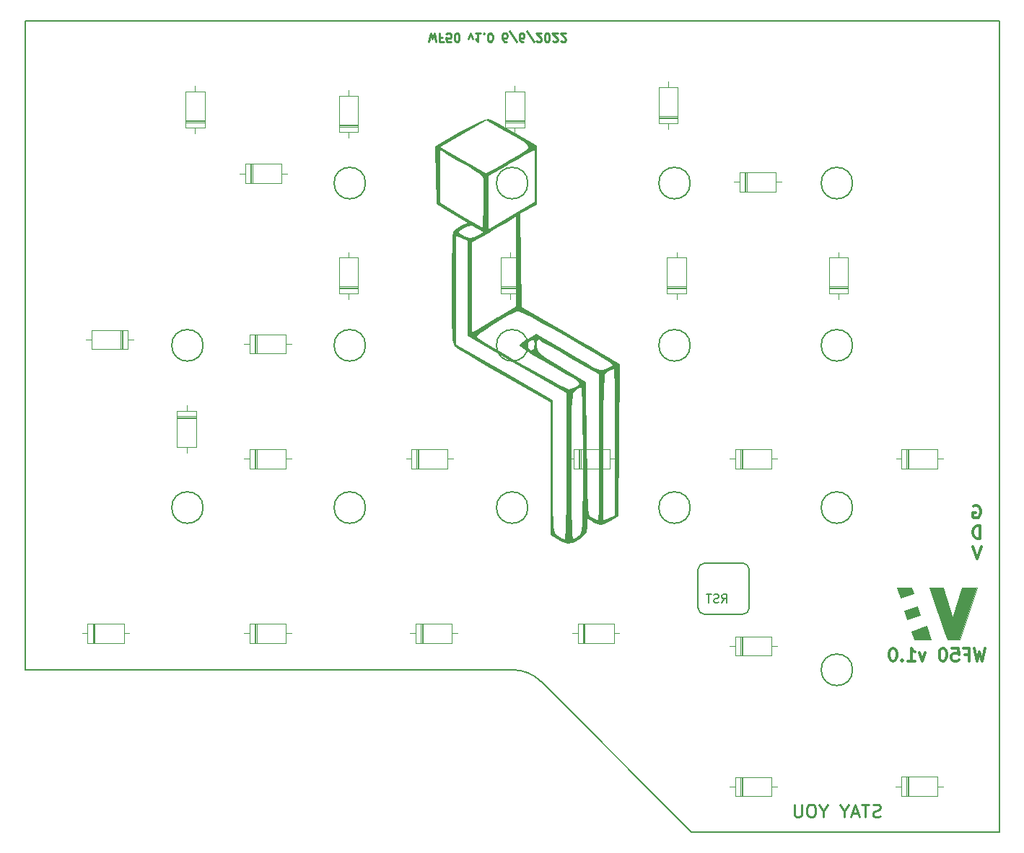
<source format=gbo>
G04 #@! TF.GenerationSoftware,KiCad,Pcbnew,(6.0.0)*
G04 #@! TF.CreationDate,2022-06-08T22:37:20+08:00*
G04 #@! TF.ProjectId,wf50_pcb,77663530-5f70-4636-922e-6b696361645f,rev?*
G04 #@! TF.SameCoordinates,Original*
G04 #@! TF.FileFunction,Legend,Bot*
G04 #@! TF.FilePolarity,Positive*
%FSLAX46Y46*%
G04 Gerber Fmt 4.6, Leading zero omitted, Abs format (unit mm)*
G04 Created by KiCad (PCBNEW (6.0.0)) date 2022-06-08 22:37:20*
%MOMM*%
%LPD*%
G01*
G04 APERTURE LIST*
%ADD10C,0.150000*%
%ADD11C,0.026458*%
G04 #@! TA.AperFunction,Profile*
%ADD12C,0.150000*%
G04 #@! TD*
%ADD13C,0.300000*%
%ADD14C,0.250000*%
%ADD15C,0.120000*%
G04 APERTURE END LIST*
D10*
X98760000Y-98250000D02*
X103260000Y-98250000D01*
X98010000Y-93000000D02*
X98010000Y-97500000D01*
X98010000Y-97500000D02*
G75*
G03*
X98760000Y-98250000I750000J0D01*
G01*
X98760000Y-92250000D02*
G75*
G03*
X98010000Y-93000000I0J-750000D01*
G01*
D11*
X124801574Y-99649601D02*
X124810384Y-99646875D01*
X124810384Y-99646875D02*
X125364765Y-101249668D01*
X125364765Y-101249668D02*
X123947234Y-101249668D01*
X123947234Y-101249668D02*
X123362981Y-101249668D01*
X123362981Y-101249668D02*
X123031855Y-100252163D01*
X123031855Y-100252163D02*
X124798160Y-99641452D01*
X124798160Y-99641452D02*
X124801574Y-99649601D01*
X124801574Y-99649601D02*
X124801574Y-99649601D01*
G36*
X124801574Y-99649601D02*
G01*
X124810384Y-99646875D01*
X125364765Y-101249668D01*
X123362981Y-101249668D01*
X123031855Y-100252163D01*
X124798160Y-99641452D01*
X124801574Y-99649601D01*
G37*
X124801574Y-99649601D02*
X124810384Y-99646875D01*
X125364765Y-101249668D01*
X123362981Y-101249668D01*
X123031855Y-100252163D01*
X124798160Y-99641452D01*
X124801574Y-99649601D01*
D10*
X103260000Y-92250000D02*
X98760000Y-92250000D01*
D11*
X123061700Y-95164252D02*
X123272070Y-95820429D01*
X123272070Y-95820429D02*
X121737805Y-96351072D01*
X121737805Y-96351072D02*
X121332040Y-95164252D01*
X121332040Y-95164252D02*
X123061700Y-95164252D01*
X123061700Y-95164252D02*
X123061700Y-95164252D01*
G36*
X123272070Y-95820429D02*
G01*
X121737805Y-96351072D01*
X121332040Y-95164252D01*
X123061700Y-95164252D01*
X123272070Y-95820429D01*
G37*
X123272070Y-95820429D02*
X121737805Y-96351072D01*
X121332040Y-95164252D01*
X123061700Y-95164252D01*
X123272070Y-95820429D01*
D10*
X104010000Y-97500000D02*
X104010000Y-93000000D01*
D11*
X125636890Y-95164252D02*
X126728693Y-95164252D01*
X126728693Y-95164252D02*
X127890399Y-98667705D01*
X127890399Y-98667705D02*
X128958482Y-95164252D01*
X128958482Y-95164252D02*
X130722763Y-95164252D01*
X130722763Y-95164252D02*
X128691126Y-101249668D01*
X128691126Y-101249668D02*
X127236269Y-101249668D01*
X127236269Y-101249668D02*
X126932263Y-100373633D01*
X126932263Y-100373633D02*
X125130662Y-95164252D01*
X125130662Y-95164252D02*
X125636890Y-95164252D01*
X125636890Y-95164252D02*
X125636890Y-95164252D01*
G36*
X127890399Y-98667705D02*
G01*
X128958482Y-95164252D01*
X130722763Y-95164252D01*
X128691126Y-101249668D01*
X127236269Y-101249668D01*
X126932263Y-100373633D01*
X125130662Y-95164252D01*
X126728693Y-95164252D01*
X127890399Y-98667705D01*
G37*
X127890399Y-98667705D02*
X128958482Y-95164252D01*
X130722763Y-95164252D01*
X128691126Y-101249668D01*
X127236269Y-101249668D01*
X126932263Y-100373633D01*
X125130662Y-95164252D01*
X126728693Y-95164252D01*
X127890399Y-98667705D01*
X124033408Y-98349465D02*
X122569073Y-98856354D01*
X122569073Y-98856354D02*
X122226385Y-97824928D01*
X122226385Y-97824928D02*
X123719930Y-97308533D01*
X123719930Y-97308533D02*
X124033408Y-98349465D01*
X124033408Y-98349465D02*
X124033408Y-98349465D01*
G36*
X124033408Y-98349465D02*
G01*
X122569073Y-98856354D01*
X122226385Y-97824928D01*
X123719930Y-97308533D01*
X124033408Y-98349465D01*
G37*
X124033408Y-98349465D02*
X122569073Y-98856354D01*
X122226385Y-97824928D01*
X123719930Y-97308533D01*
X124033408Y-98349465D01*
D10*
X103260000Y-98250000D02*
G75*
G03*
X104010000Y-97500000I0J750000D01*
G01*
X104010000Y-93000000D02*
G75*
G03*
X103260000Y-92250000I-750000J0D01*
G01*
D12*
X58995300Y-66674850D02*
G75*
G03*
X58995300Y-66674850I-1850000J0D01*
G01*
X19045885Y-28575000D02*
X133345800Y-28575000D01*
X133345800Y-123824330D02*
X97253375Y-123824330D01*
X97253375Y-123824330D02*
X79575605Y-106146559D01*
X76262750Y-104774330D02*
X19045885Y-104774330D01*
X116145300Y-47624850D02*
G75*
G03*
X116145300Y-47624850I-1850000J0D01*
G01*
X39945300Y-66674850D02*
G75*
G03*
X39945300Y-66674850I-1850000J0D01*
G01*
X19045885Y-104774330D02*
X19045885Y-28575000D01*
X97095300Y-66674850D02*
G75*
G03*
X97095300Y-66674850I-1850000J0D01*
G01*
X79575605Y-106146559D02*
G75*
G03*
X76262750Y-104774330I-3312857J-3312861D01*
G01*
X58995300Y-47624850D02*
G75*
G03*
X58995300Y-47624850I-1850000J0D01*
G01*
X58995300Y-85724850D02*
G75*
G03*
X58995300Y-85724850I-1850000J0D01*
G01*
X116145300Y-85724850D02*
G75*
G03*
X116145300Y-85724850I-1850000J0D01*
G01*
X39945300Y-85724850D02*
G75*
G03*
X39945300Y-85724850I-1850000J0D01*
G01*
X97095300Y-85724850D02*
G75*
G03*
X97095300Y-85724850I-1850000J0D01*
G01*
X78045300Y-47624850D02*
G75*
G03*
X78045300Y-47624850I-1850000J0D01*
G01*
X97095300Y-47624850D02*
G75*
G03*
X97095300Y-47624850I-1850000J0D01*
G01*
X116145300Y-104774850D02*
G75*
G03*
X116145300Y-104774850I-1850000J0D01*
G01*
X133345800Y-28575000D02*
X133345800Y-123824330D01*
X78045300Y-85724850D02*
G75*
G03*
X78045300Y-85724850I-1850000J0D01*
G01*
X78045300Y-66674850D02*
G75*
G03*
X78045300Y-66674850I-1850000J0D01*
G01*
X116145300Y-66674850D02*
G75*
G03*
X116145300Y-66674850I-1850000J0D01*
G01*
D13*
X131670259Y-102246276D02*
X131313116Y-103746276D01*
X131027402Y-102674847D01*
X130741687Y-103746276D01*
X130384544Y-102246276D01*
X129313116Y-102960562D02*
X129813116Y-102960562D01*
X129813116Y-103746276D02*
X129813116Y-102246276D01*
X129098830Y-102246276D01*
X127813116Y-102246276D02*
X128527402Y-102246276D01*
X128598830Y-102960562D01*
X128527402Y-102889133D01*
X128384544Y-102817705D01*
X128027402Y-102817705D01*
X127884544Y-102889133D01*
X127813116Y-102960562D01*
X127741687Y-103103419D01*
X127741687Y-103460562D01*
X127813116Y-103603419D01*
X127884544Y-103674847D01*
X128027402Y-103746276D01*
X128384544Y-103746276D01*
X128527402Y-103674847D01*
X128598830Y-103603419D01*
X126813116Y-102246276D02*
X126670259Y-102246276D01*
X126527402Y-102317705D01*
X126455973Y-102389133D01*
X126384544Y-102531990D01*
X126313116Y-102817705D01*
X126313116Y-103174847D01*
X126384544Y-103460562D01*
X126455973Y-103603419D01*
X126527402Y-103674847D01*
X126670259Y-103746276D01*
X126813116Y-103746276D01*
X126955973Y-103674847D01*
X127027402Y-103603419D01*
X127098830Y-103460562D01*
X127170259Y-103174847D01*
X127170259Y-102817705D01*
X127098830Y-102531990D01*
X127027402Y-102389133D01*
X126955973Y-102317705D01*
X126813116Y-102246276D01*
X124670259Y-102746276D02*
X124313116Y-103746276D01*
X123955973Y-102746276D01*
X122598830Y-103746276D02*
X123455973Y-103746276D01*
X123027402Y-103746276D02*
X123027402Y-102246276D01*
X123170259Y-102460562D01*
X123313116Y-102603419D01*
X123455973Y-102674847D01*
X121955973Y-103603419D02*
X121884544Y-103674847D01*
X121955973Y-103746276D01*
X122027402Y-103674847D01*
X121955973Y-103603419D01*
X121955973Y-103746276D01*
X120955973Y-102246276D02*
X120813116Y-102246276D01*
X120670259Y-102317705D01*
X120598830Y-102389133D01*
X120527402Y-102531990D01*
X120455973Y-102817705D01*
X120455973Y-103174847D01*
X120527402Y-103460562D01*
X120598830Y-103603419D01*
X120670259Y-103674847D01*
X120813116Y-103746276D01*
X120955973Y-103746276D01*
X121098830Y-103674847D01*
X121170259Y-103603419D01*
X121241687Y-103460562D01*
X121313116Y-103174847D01*
X121313116Y-102817705D01*
X121241687Y-102531990D01*
X121170259Y-102389133D01*
X121098830Y-102317705D01*
X120955973Y-102246276D01*
D14*
X119371428Y-122007142D02*
X119157142Y-122078571D01*
X118800000Y-122078571D01*
X118657142Y-122007142D01*
X118585714Y-121935714D01*
X118514285Y-121792857D01*
X118514285Y-121650000D01*
X118585714Y-121507142D01*
X118657142Y-121435714D01*
X118800000Y-121364285D01*
X119085714Y-121292857D01*
X119228571Y-121221428D01*
X119300000Y-121150000D01*
X119371428Y-121007142D01*
X119371428Y-120864285D01*
X119300000Y-120721428D01*
X119228571Y-120650000D01*
X119085714Y-120578571D01*
X118728571Y-120578571D01*
X118514285Y-120650000D01*
X118085714Y-120578571D02*
X117228571Y-120578571D01*
X117657142Y-122078571D02*
X117657142Y-120578571D01*
X116800000Y-121650000D02*
X116085714Y-121650000D01*
X116942857Y-122078571D02*
X116442857Y-120578571D01*
X115942857Y-122078571D01*
X115157142Y-121364285D02*
X115157142Y-122078571D01*
X115657142Y-120578571D02*
X115157142Y-121364285D01*
X114657142Y-120578571D01*
X112728571Y-121364285D02*
X112728571Y-122078571D01*
X113228571Y-120578571D02*
X112728571Y-121364285D01*
X112228571Y-120578571D01*
X111442857Y-120578571D02*
X111157142Y-120578571D01*
X111014285Y-120650000D01*
X110871428Y-120792857D01*
X110800000Y-121078571D01*
X110800000Y-121578571D01*
X110871428Y-121864285D01*
X111014285Y-122007142D01*
X111157142Y-122078571D01*
X111442857Y-122078571D01*
X111585714Y-122007142D01*
X111728571Y-121864285D01*
X111800000Y-121578571D01*
X111800000Y-121078571D01*
X111728571Y-120792857D01*
X111585714Y-120650000D01*
X111442857Y-120578571D01*
X110157142Y-120578571D02*
X110157142Y-121792857D01*
X110085714Y-121935714D01*
X110014285Y-122007142D01*
X109871428Y-122078571D01*
X109585714Y-122078571D01*
X109442857Y-122007142D01*
X109371428Y-121935714D01*
X109300000Y-121792857D01*
X109300000Y-120578571D01*
D13*
X130327142Y-85520000D02*
X130470000Y-85448571D01*
X130684285Y-85448571D01*
X130898571Y-85520000D01*
X131041428Y-85662857D01*
X131112857Y-85805714D01*
X131184285Y-86091428D01*
X131184285Y-86305714D01*
X131112857Y-86591428D01*
X131041428Y-86734285D01*
X130898571Y-86877142D01*
X130684285Y-86948571D01*
X130541428Y-86948571D01*
X130327142Y-86877142D01*
X130255714Y-86805714D01*
X130255714Y-86305714D01*
X130541428Y-86305714D01*
X131112857Y-89363571D02*
X131112857Y-87863571D01*
X130755714Y-87863571D01*
X130541428Y-87935000D01*
X130398571Y-88077857D01*
X130327142Y-88220714D01*
X130255714Y-88506428D01*
X130255714Y-88720714D01*
X130327142Y-89006428D01*
X130398571Y-89149285D01*
X130541428Y-89292142D01*
X130755714Y-89363571D01*
X131112857Y-89363571D01*
X131220000Y-90278571D02*
X130720000Y-91778571D01*
X130220000Y-90278571D01*
D14*
X66425919Y-31016608D02*
X66664015Y-30016608D01*
X66854491Y-30730893D01*
X67044967Y-30016608D01*
X67283062Y-31016608D01*
X67997348Y-30540417D02*
X67664015Y-30540417D01*
X67664015Y-30016608D02*
X67664015Y-31016608D01*
X68140205Y-31016608D01*
X68997348Y-31016608D02*
X68521158Y-31016608D01*
X68473539Y-30540417D01*
X68521158Y-30588036D01*
X68616396Y-30635655D01*
X68854491Y-30635655D01*
X68949729Y-30588036D01*
X68997348Y-30540417D01*
X69044967Y-30445179D01*
X69044967Y-30207084D01*
X68997348Y-30111846D01*
X68949729Y-30064227D01*
X68854491Y-30016608D01*
X68616396Y-30016608D01*
X68521158Y-30064227D01*
X68473539Y-30111846D01*
X69664015Y-31016608D02*
X69759253Y-31016608D01*
X69854491Y-30968989D01*
X69902110Y-30921369D01*
X69949729Y-30826131D01*
X69997348Y-30635655D01*
X69997348Y-30397560D01*
X69949729Y-30207084D01*
X69902110Y-30111846D01*
X69854491Y-30064227D01*
X69759253Y-30016608D01*
X69664015Y-30016608D01*
X69568777Y-30064227D01*
X69521158Y-30111846D01*
X69473539Y-30207084D01*
X69425919Y-30397560D01*
X69425919Y-30635655D01*
X69473539Y-30826131D01*
X69521158Y-30921369D01*
X69568777Y-30968989D01*
X69664015Y-31016608D01*
X71092586Y-30683274D02*
X71330681Y-30016608D01*
X71568777Y-30683274D01*
X72473539Y-30016608D02*
X71902110Y-30016608D01*
X72187824Y-30016608D02*
X72187824Y-31016608D01*
X72092586Y-30873750D01*
X71997348Y-30778512D01*
X71902110Y-30730893D01*
X72902110Y-30111846D02*
X72949729Y-30064227D01*
X72902110Y-30016608D01*
X72854491Y-30064227D01*
X72902110Y-30111846D01*
X72902110Y-30016608D01*
X73568777Y-31016608D02*
X73664015Y-31016608D01*
X73759253Y-30968989D01*
X73806872Y-30921369D01*
X73854491Y-30826131D01*
X73902110Y-30635655D01*
X73902110Y-30397560D01*
X73854491Y-30207084D01*
X73806872Y-30111846D01*
X73759253Y-30064227D01*
X73664015Y-30016608D01*
X73568777Y-30016608D01*
X73473539Y-30064227D01*
X73425919Y-30111846D01*
X73378300Y-30207084D01*
X73330681Y-30397560D01*
X73330681Y-30635655D01*
X73378300Y-30826131D01*
X73425919Y-30921369D01*
X73473539Y-30968989D01*
X73568777Y-31016608D01*
X75521158Y-31016608D02*
X75330681Y-31016608D01*
X75235443Y-30968989D01*
X75187824Y-30921369D01*
X75092586Y-30778512D01*
X75044967Y-30588036D01*
X75044967Y-30207084D01*
X75092586Y-30111846D01*
X75140205Y-30064227D01*
X75235443Y-30016608D01*
X75425919Y-30016608D01*
X75521158Y-30064227D01*
X75568777Y-30111846D01*
X75616396Y-30207084D01*
X75616396Y-30445179D01*
X75568777Y-30540417D01*
X75521158Y-30588036D01*
X75425919Y-30635655D01*
X75235443Y-30635655D01*
X75140205Y-30588036D01*
X75092586Y-30540417D01*
X75044967Y-30445179D01*
X76759253Y-31064227D02*
X75902110Y-29778512D01*
X77521158Y-31016608D02*
X77330681Y-31016608D01*
X77235443Y-30968989D01*
X77187824Y-30921369D01*
X77092586Y-30778512D01*
X77044967Y-30588036D01*
X77044967Y-30207084D01*
X77092586Y-30111846D01*
X77140205Y-30064227D01*
X77235443Y-30016608D01*
X77425919Y-30016608D01*
X77521158Y-30064227D01*
X77568777Y-30111846D01*
X77616396Y-30207084D01*
X77616396Y-30445179D01*
X77568777Y-30540417D01*
X77521158Y-30588036D01*
X77425919Y-30635655D01*
X77235443Y-30635655D01*
X77140205Y-30588036D01*
X77092586Y-30540417D01*
X77044967Y-30445179D01*
X78759253Y-31064227D02*
X77902110Y-29778512D01*
X79044967Y-30921369D02*
X79092586Y-30968989D01*
X79187824Y-31016608D01*
X79425919Y-31016608D01*
X79521158Y-30968989D01*
X79568777Y-30921369D01*
X79616396Y-30826131D01*
X79616396Y-30730893D01*
X79568777Y-30588036D01*
X78997348Y-30016608D01*
X79616396Y-30016608D01*
X80235443Y-31016608D02*
X80330681Y-31016608D01*
X80425919Y-30968989D01*
X80473539Y-30921369D01*
X80521158Y-30826131D01*
X80568777Y-30635655D01*
X80568777Y-30397560D01*
X80521158Y-30207084D01*
X80473539Y-30111846D01*
X80425919Y-30064227D01*
X80330681Y-30016608D01*
X80235443Y-30016608D01*
X80140205Y-30064227D01*
X80092586Y-30111846D01*
X80044967Y-30207084D01*
X79997348Y-30397560D01*
X79997348Y-30635655D01*
X80044967Y-30826131D01*
X80092586Y-30921369D01*
X80140205Y-30968989D01*
X80235443Y-31016608D01*
X80949729Y-30921369D02*
X80997348Y-30968989D01*
X81092586Y-31016608D01*
X81330681Y-31016608D01*
X81425919Y-30968989D01*
X81473539Y-30921369D01*
X81521158Y-30826131D01*
X81521158Y-30730893D01*
X81473539Y-30588036D01*
X80902110Y-30016608D01*
X81521158Y-30016608D01*
X81902110Y-30921369D02*
X81949729Y-30968989D01*
X82044967Y-31016608D01*
X82283062Y-31016608D01*
X82378300Y-30968989D01*
X82425919Y-30921369D01*
X82473539Y-30826131D01*
X82473539Y-30730893D01*
X82425919Y-30588036D01*
X81854491Y-30016608D01*
X82473539Y-30016608D01*
D10*
X100797619Y-96902380D02*
X101130952Y-96426190D01*
X101369047Y-96902380D02*
X101369047Y-95902380D01*
X100988095Y-95902380D01*
X100892857Y-95950000D01*
X100845238Y-95997619D01*
X100797619Y-96092857D01*
X100797619Y-96235714D01*
X100845238Y-96330952D01*
X100892857Y-96378571D01*
X100988095Y-96426190D01*
X101369047Y-96426190D01*
X100416666Y-96854761D02*
X100273809Y-96902380D01*
X100035714Y-96902380D01*
X99940476Y-96854761D01*
X99892857Y-96807142D01*
X99845238Y-96711904D01*
X99845238Y-96616666D01*
X99892857Y-96521428D01*
X99940476Y-96473809D01*
X100035714Y-96426190D01*
X100226190Y-96378571D01*
X100321428Y-96330952D01*
X100369047Y-96283333D01*
X100416666Y-96188095D01*
X100416666Y-96092857D01*
X100369047Y-95997619D01*
X100321428Y-95950000D01*
X100226190Y-95902380D01*
X99988095Y-95902380D01*
X99845238Y-95950000D01*
X99559523Y-95902380D02*
X98988095Y-95902380D01*
X99273809Y-96902380D02*
X99273809Y-95902380D01*
G36*
X85029675Y-87943573D02*
G01*
X84931129Y-88631544D01*
X84541863Y-89125280D01*
X84119589Y-89417176D01*
X83309022Y-89847669D01*
X82675401Y-89932107D01*
X81982528Y-89672819D01*
X81584462Y-89442176D01*
X80706271Y-88906732D01*
X80683507Y-73361554D01*
X75246187Y-70254108D01*
X73677273Y-69351155D01*
X72254208Y-68520167D01*
X71048419Y-67803824D01*
X70131333Y-67244804D01*
X69574378Y-66885786D01*
X69447994Y-66789594D01*
X69327692Y-66551982D01*
X69235709Y-66069506D01*
X69169057Y-65285623D01*
X69124752Y-64143791D01*
X69099807Y-62587467D01*
X69091237Y-60560107D01*
X69091259Y-60034275D01*
X69100507Y-58218407D01*
X69124228Y-56577449D01*
X69160030Y-55190439D01*
X69205521Y-54136411D01*
X69234604Y-53782715D01*
X69627547Y-53782715D01*
X69632465Y-66606235D01*
X75299783Y-69848788D01*
X80967102Y-73091342D01*
X80971793Y-80844636D01*
X80974041Y-83092175D01*
X80980786Y-84860726D01*
X80996577Y-86211727D01*
X81025962Y-87206614D01*
X81073490Y-87906826D01*
X81143711Y-88373800D01*
X81241175Y-88668973D01*
X81370429Y-88853783D01*
X81536024Y-88989668D01*
X81577033Y-89018573D01*
X82094589Y-89331863D01*
X82387671Y-89439214D01*
X82438752Y-89179706D01*
X82485073Y-88443983D01*
X82525095Y-87296246D01*
X82557280Y-85800696D01*
X82580089Y-84021533D01*
X82591983Y-82022959D01*
X82593283Y-80889748D01*
X83138186Y-80889748D01*
X83144335Y-82976920D01*
X83161768Y-84879257D01*
X83188961Y-86532530D01*
X83224389Y-87872514D01*
X83266528Y-88834982D01*
X83313855Y-89355705D01*
X83340845Y-89430620D01*
X83697813Y-89276680D01*
X84016377Y-89063065D01*
X84148424Y-88925993D01*
X84253494Y-88699055D01*
X84334630Y-88324934D01*
X84394875Y-87746309D01*
X84437271Y-86905861D01*
X84464861Y-85746272D01*
X84480688Y-84210222D01*
X84487794Y-82240392D01*
X84489249Y-80154638D01*
X84483100Y-78067465D01*
X84465667Y-76165129D01*
X84438474Y-74511855D01*
X84403046Y-73171871D01*
X84360907Y-72209404D01*
X84313580Y-71688680D01*
X84286590Y-71613765D01*
X83929622Y-71767705D01*
X83611058Y-71981320D01*
X83479011Y-72118393D01*
X83373941Y-72345330D01*
X83292805Y-72719452D01*
X83232560Y-73298076D01*
X83190164Y-74138524D01*
X83162574Y-75298113D01*
X83146747Y-76834163D01*
X83139641Y-78803994D01*
X83138186Y-80889748D01*
X82593283Y-80889748D01*
X82593317Y-80859959D01*
X82588875Y-72280703D01*
X76783743Y-68946581D01*
X71119815Y-65693557D01*
X71993043Y-65693557D01*
X72346120Y-65942523D01*
X73074877Y-66394668D01*
X74096343Y-67002988D01*
X75327548Y-67720479D01*
X76685523Y-68500138D01*
X78087296Y-69294960D01*
X79449898Y-70057941D01*
X80690359Y-70742079D01*
X81725707Y-71300369D01*
X82472974Y-71685807D01*
X82849189Y-71851390D01*
X82867973Y-71854358D01*
X83397584Y-71702715D01*
X83777325Y-71476450D01*
X83970897Y-71331652D01*
X84075630Y-71203143D01*
X84037190Y-71050145D01*
X83801243Y-70831883D01*
X83313454Y-70507581D01*
X82519490Y-70036462D01*
X81365016Y-69377751D01*
X79808171Y-68497725D01*
X78712463Y-67858389D01*
X77820924Y-67300295D01*
X77222163Y-66881671D01*
X77004789Y-66660747D01*
X77005517Y-66655949D01*
X77151976Y-66506689D01*
X77882773Y-66506689D01*
X77974109Y-66837748D01*
X78019782Y-66895292D01*
X78462020Y-67253422D01*
X78738124Y-67100647D01*
X78804195Y-66666319D01*
X79124265Y-66666319D01*
X79133353Y-66777964D01*
X79203688Y-67179657D01*
X79381347Y-67524460D01*
X79747041Y-67882617D01*
X80381484Y-68324370D01*
X81365385Y-68919963D01*
X82057334Y-69322712D01*
X84894568Y-70964581D01*
X84966140Y-78811335D01*
X84987578Y-81073333D01*
X85009204Y-82854984D01*
X85036004Y-84216345D01*
X85072962Y-85217474D01*
X85125064Y-85918428D01*
X85197295Y-86379263D01*
X85294641Y-86660037D01*
X85422086Y-86820808D01*
X85584616Y-86921633D01*
X85641672Y-86949512D01*
X86125260Y-87177799D01*
X86313186Y-87259224D01*
X86329618Y-87004259D01*
X86344607Y-86272762D01*
X86357651Y-85128625D01*
X86368246Y-83635740D01*
X86375892Y-81858001D01*
X86380085Y-79859299D01*
X86380739Y-78663741D01*
X86380739Y-70049969D01*
X82935526Y-68081553D01*
X81702094Y-67377336D01*
X80632905Y-66767839D01*
X79817085Y-66303796D01*
X79343760Y-66035942D01*
X79268459Y-65994110D01*
X79143266Y-66143821D01*
X79124265Y-66666319D01*
X78804195Y-66666319D01*
X78814781Y-66596728D01*
X78761773Y-66122668D01*
X78509264Y-66088630D01*
X78256909Y-66210253D01*
X77882773Y-66506689D01*
X77151976Y-66506689D01*
X77261432Y-66395140D01*
X77822764Y-66010299D01*
X78048456Y-65876432D01*
X79026621Y-65317414D01*
X82230807Y-67206417D01*
X83743310Y-68098100D01*
X84861415Y-68749624D01*
X85657935Y-69192446D01*
X86205679Y-69458024D01*
X86577458Y-69577818D01*
X86846085Y-69583284D01*
X87084369Y-69505880D01*
X87311041Y-69401339D01*
X87811966Y-69122910D01*
X88000450Y-68927224D01*
X87775371Y-68736762D01*
X87154990Y-68334861D01*
X86219541Y-67766844D01*
X85049257Y-67078032D01*
X83724372Y-66313747D01*
X82325119Y-65519312D01*
X80931731Y-64740049D01*
X79624442Y-64021280D01*
X78483486Y-63408328D01*
X77589095Y-62946513D01*
X77021503Y-62681159D01*
X76863225Y-62636042D01*
X76381539Y-62841400D01*
X75643759Y-63237322D01*
X74761406Y-63753791D01*
X73846006Y-64320794D01*
X73009079Y-64868316D01*
X72362150Y-65326343D01*
X72016742Y-65624861D01*
X71993043Y-65693557D01*
X71119815Y-65693557D01*
X70978611Y-65612458D01*
X70978611Y-65182219D01*
X71519037Y-65182219D01*
X72127015Y-64790738D01*
X72644155Y-64472365D01*
X73471509Y-63978396D01*
X74451003Y-63402995D01*
X74694037Y-63261572D01*
X76653079Y-62123886D01*
X76653079Y-51547272D01*
X76045100Y-51938753D01*
X75527960Y-52257127D01*
X74700607Y-52751095D01*
X73721112Y-53326497D01*
X73478079Y-53467920D01*
X71519037Y-54605605D01*
X71519037Y-65182219D01*
X70978611Y-65182219D01*
X70978611Y-54398301D01*
X69627547Y-53782715D01*
X69234604Y-53782715D01*
X69258310Y-53494402D01*
X69270094Y-53442490D01*
X69974781Y-53442490D01*
X70375400Y-53731296D01*
X70616498Y-53860241D01*
X71206454Y-54089590D01*
X71718493Y-53998076D01*
X72078690Y-53810141D01*
X72822145Y-53383457D01*
X72221201Y-53011843D01*
X73410526Y-53011843D01*
X74694037Y-52272449D01*
X75696044Y-51691835D01*
X76826937Y-51031727D01*
X77396164Y-50697472D01*
X78814781Y-49861890D01*
X78814781Y-43754242D01*
X78206803Y-44072767D01*
X77699202Y-44350133D01*
X76872877Y-44813520D01*
X75877231Y-45378924D01*
X75504675Y-45592094D01*
X73410526Y-46792896D01*
X73410526Y-53011843D01*
X72221201Y-53011843D01*
X72103038Y-52938773D01*
X71513038Y-52654123D01*
X71003491Y-52705244D01*
X70640845Y-52869336D01*
X70062184Y-53199072D01*
X69974781Y-53442490D01*
X69270094Y-53442490D01*
X69293919Y-53337534D01*
X69663818Y-53005063D01*
X70228193Y-52658294D01*
X70963944Y-52277541D01*
X69147342Y-51200399D01*
X67330739Y-50123257D01*
X67326643Y-49938098D01*
X67736058Y-49938098D01*
X70235526Y-51400289D01*
X72734994Y-52862481D01*
X72812198Y-50024064D01*
X72833117Y-48816829D01*
X72828617Y-47799192D01*
X72800550Y-47100007D01*
X72766805Y-46866164D01*
X72485389Y-46590312D01*
X71851239Y-46149130D01*
X70990080Y-45628554D01*
X70798112Y-45520495D01*
X69823490Y-44971923D01*
X68963362Y-44475840D01*
X68386971Y-44130023D01*
X68344037Y-44102705D01*
X67736058Y-43711102D01*
X67736058Y-49938098D01*
X67326643Y-49938098D01*
X67188896Y-43711102D01*
X67181626Y-43382472D01*
X67785585Y-43382472D01*
X70395396Y-44903915D01*
X71449551Y-45515119D01*
X72320505Y-46013808D01*
X72909637Y-46343924D01*
X73116157Y-46450371D01*
X73379934Y-46333241D01*
X74012188Y-45996290D01*
X74915128Y-45492929D01*
X75878294Y-44941818D01*
X76995996Y-44303874D01*
X77731390Y-43846004D01*
X78072904Y-43487538D01*
X78008964Y-43147809D01*
X77527996Y-42746147D01*
X76618427Y-42201886D01*
X75384641Y-41501001D01*
X73170459Y-40230580D01*
X67785585Y-43382472D01*
X67181626Y-43382472D01*
X67180083Y-43312713D01*
X70080149Y-41634378D01*
X71227291Y-40998682D01*
X72234375Y-40492690D01*
X72995845Y-40165921D01*
X73406143Y-40067894D01*
X73415258Y-40069809D01*
X73815150Y-40247707D01*
X74564424Y-40642341D01*
X75549269Y-41192034D01*
X76467647Y-41723966D01*
X79084994Y-43264356D01*
X79084994Y-50173262D01*
X77182932Y-51197590D01*
X77255771Y-56691429D01*
X77328611Y-62185267D01*
X82462654Y-65153996D01*
X84002821Y-66046600D01*
X85415417Y-66869050D01*
X86622455Y-67575638D01*
X87545951Y-68120659D01*
X88107917Y-68458405D01*
X88208307Y-68521494D01*
X88819917Y-68920262D01*
X88748732Y-77843214D01*
X88677547Y-86766167D01*
X87647331Y-87354833D01*
X86978335Y-87707681D01*
X86535346Y-87794666D01*
X86083951Y-87632898D01*
X85823394Y-87487967D01*
X85436511Y-87265926D01*
X86921164Y-87265926D01*
X88272228Y-86650340D01*
X88272228Y-78046905D01*
X88267617Y-75952406D01*
X88254542Y-74042112D01*
X88234143Y-72380135D01*
X88207559Y-71030586D01*
X88175929Y-70057577D01*
X88140393Y-69525220D01*
X88119357Y-69443469D01*
X87784567Y-69556953D01*
X87443826Y-69723189D01*
X87299195Y-69822637D01*
X87183999Y-69987186D01*
X87094898Y-70273776D01*
X87028554Y-70739345D01*
X86981625Y-71440833D01*
X86950773Y-72435178D01*
X86932659Y-73779319D01*
X86923941Y-75530195D01*
X86921282Y-77744745D01*
X86921164Y-78634417D01*
X86921164Y-87265926D01*
X85436511Y-87265926D01*
X85029675Y-87032434D01*
X85029675Y-87943573D01*
G37*
D15*
X126130000Y-78880000D02*
X121890000Y-78880000D01*
X122490000Y-78880000D02*
X122490000Y-81120000D01*
X121240000Y-80000000D02*
X121890000Y-80000000D01*
X121890000Y-81120000D02*
X126130000Y-81120000D01*
X122610000Y-78880000D02*
X122610000Y-81120000D01*
X121890000Y-78880000D02*
X121890000Y-81120000D01*
X126780000Y-80000000D02*
X126130000Y-80000000D01*
X126130000Y-81120000D02*
X126130000Y-78880000D01*
X122730000Y-78880000D02*
X122730000Y-81120000D01*
X87630000Y-81120000D02*
X87630000Y-78880000D01*
X88280000Y-80000000D02*
X87630000Y-80000000D01*
X84110000Y-78880000D02*
X84110000Y-81120000D01*
X83390000Y-78880000D02*
X83390000Y-81120000D01*
X84230000Y-78880000D02*
X84230000Y-81120000D01*
X87630000Y-78880000D02*
X83390000Y-78880000D01*
X82740000Y-80000000D02*
X83390000Y-80000000D01*
X83390000Y-81120000D02*
X87630000Y-81120000D01*
X83990000Y-78880000D02*
X83990000Y-81120000D01*
X57000000Y-42260000D02*
X57000000Y-41610000D01*
X55880000Y-41010000D02*
X58120000Y-41010000D01*
X57000000Y-36720000D02*
X57000000Y-37370000D01*
X58120000Y-37370000D02*
X55880000Y-37370000D01*
X55880000Y-41610000D02*
X58120000Y-41610000D01*
X55880000Y-37370000D02*
X55880000Y-41610000D01*
X55880000Y-40770000D02*
X58120000Y-40770000D01*
X55880000Y-40890000D02*
X58120000Y-40890000D01*
X58120000Y-41610000D02*
X58120000Y-37370000D01*
X46110000Y-65380000D02*
X46110000Y-67620000D01*
X49630000Y-65380000D02*
X45390000Y-65380000D01*
X46230000Y-65380000D02*
X46230000Y-67620000D01*
X45390000Y-65380000D02*
X45390000Y-67620000D01*
X50280000Y-66500000D02*
X49630000Y-66500000D01*
X45390000Y-67620000D02*
X49630000Y-67620000D01*
X45990000Y-65380000D02*
X45990000Y-67620000D01*
X49630000Y-67620000D02*
X49630000Y-65380000D01*
X44740000Y-66500000D02*
X45390000Y-66500000D01*
X68630000Y-81120000D02*
X68630000Y-78880000D01*
X65230000Y-78880000D02*
X65230000Y-81120000D01*
X64990000Y-78880000D02*
X64990000Y-81120000D01*
X64390000Y-81120000D02*
X68630000Y-81120000D01*
X64390000Y-78880000D02*
X64390000Y-81120000D01*
X63740000Y-80000000D02*
X64390000Y-80000000D01*
X69280000Y-80000000D02*
X68630000Y-80000000D01*
X65110000Y-78880000D02*
X65110000Y-81120000D01*
X68630000Y-78880000D02*
X64390000Y-78880000D01*
X103230000Y-117380000D02*
X103230000Y-119620000D01*
X102990000Y-117380000D02*
X102990000Y-119620000D01*
X106630000Y-119620000D02*
X106630000Y-117380000D01*
X102390000Y-117380000D02*
X102390000Y-119620000D01*
X103110000Y-117380000D02*
X103110000Y-119620000D01*
X102390000Y-119620000D02*
X106630000Y-119620000D01*
X107280000Y-118500000D02*
X106630000Y-118500000D01*
X101740000Y-118500000D02*
X102390000Y-118500000D01*
X106630000Y-117380000D02*
X102390000Y-117380000D01*
X93380000Y-39770000D02*
X95620000Y-39770000D01*
X95620000Y-36370000D02*
X93380000Y-36370000D01*
X93380000Y-40610000D02*
X95620000Y-40610000D01*
X93380000Y-40010000D02*
X95620000Y-40010000D01*
X94500000Y-35720000D02*
X94500000Y-36370000D01*
X93380000Y-36370000D02*
X93380000Y-40610000D01*
X94500000Y-41260000D02*
X94500000Y-40610000D01*
X95620000Y-40610000D02*
X95620000Y-36370000D01*
X93380000Y-39890000D02*
X95620000Y-39890000D01*
X39120000Y-75110000D02*
X36880000Y-75110000D01*
X38000000Y-73740000D02*
X38000000Y-74390000D01*
X36880000Y-78630000D02*
X39120000Y-78630000D01*
X39120000Y-78630000D02*
X39120000Y-74390000D01*
X39120000Y-74390000D02*
X36880000Y-74390000D01*
X36880000Y-74390000D02*
X36880000Y-78630000D01*
X39120000Y-75230000D02*
X36880000Y-75230000D01*
X38000000Y-79280000D02*
X38000000Y-78630000D01*
X39120000Y-74990000D02*
X36880000Y-74990000D01*
X103730000Y-46380000D02*
X103730000Y-48620000D01*
X102890000Y-46380000D02*
X102890000Y-48620000D01*
X102240000Y-47500000D02*
X102890000Y-47500000D01*
X102890000Y-48620000D02*
X107130000Y-48620000D01*
X107130000Y-46380000D02*
X102890000Y-46380000D01*
X107130000Y-48620000D02*
X107130000Y-46380000D01*
X103610000Y-46380000D02*
X103610000Y-48620000D01*
X103490000Y-46380000D02*
X103490000Y-48620000D01*
X107780000Y-47500000D02*
X107130000Y-47500000D01*
X96620000Y-60610000D02*
X96620000Y-56370000D01*
X94380000Y-59770000D02*
X96620000Y-59770000D01*
X96620000Y-56370000D02*
X94380000Y-56370000D01*
X94380000Y-60610000D02*
X96620000Y-60610000D01*
X94380000Y-59890000D02*
X96620000Y-59890000D01*
X95500000Y-55720000D02*
X95500000Y-56370000D01*
X94380000Y-56370000D02*
X94380000Y-60610000D01*
X95500000Y-61260000D02*
X95500000Y-60610000D01*
X94380000Y-60010000D02*
X96620000Y-60010000D01*
X65610000Y-99380000D02*
X65610000Y-101620000D01*
X65730000Y-99380000D02*
X65730000Y-101620000D01*
X65490000Y-99380000D02*
X65490000Y-101620000D01*
X64240000Y-100500000D02*
X64890000Y-100500000D01*
X64890000Y-99380000D02*
X64890000Y-101620000D01*
X64890000Y-101620000D02*
X69130000Y-101620000D01*
X69130000Y-101620000D02*
X69130000Y-99380000D01*
X69130000Y-99380000D02*
X64890000Y-99380000D01*
X69780000Y-100500000D02*
X69130000Y-100500000D01*
X31760000Y-66000000D02*
X31110000Y-66000000D01*
X26220000Y-66000000D02*
X26870000Y-66000000D01*
X31110000Y-67120000D02*
X31110000Y-64880000D01*
X26870000Y-67120000D02*
X31110000Y-67120000D01*
X26870000Y-64880000D02*
X26870000Y-67120000D01*
X30390000Y-67120000D02*
X30390000Y-64880000D01*
X30510000Y-67120000D02*
X30510000Y-64880000D01*
X31110000Y-64880000D02*
X26870000Y-64880000D01*
X30270000Y-67120000D02*
X30270000Y-64880000D01*
X76500000Y-36220000D02*
X76500000Y-36870000D01*
X76500000Y-41760000D02*
X76500000Y-41110000D01*
X75380000Y-36870000D02*
X75380000Y-41110000D01*
X75380000Y-40270000D02*
X77620000Y-40270000D01*
X75380000Y-41110000D02*
X77620000Y-41110000D01*
X77620000Y-41110000D02*
X77620000Y-36870000D01*
X75380000Y-40390000D02*
X77620000Y-40390000D01*
X77620000Y-36870000D02*
X75380000Y-36870000D01*
X75380000Y-40510000D02*
X77620000Y-40510000D01*
X122710000Y-117350000D02*
X122710000Y-119590000D01*
X121220000Y-118470000D02*
X121870000Y-118470000D01*
X122590000Y-117350000D02*
X122590000Y-119590000D01*
X121870000Y-117350000D02*
X121870000Y-119590000D01*
X126110000Y-119590000D02*
X126110000Y-117350000D01*
X126760000Y-118470000D02*
X126110000Y-118470000D01*
X121870000Y-119590000D02*
X126110000Y-119590000D01*
X126110000Y-117350000D02*
X121870000Y-117350000D01*
X122470000Y-117350000D02*
X122470000Y-119590000D01*
X27230000Y-99380000D02*
X27230000Y-101620000D01*
X27110000Y-99380000D02*
X27110000Y-101620000D01*
X26990000Y-99380000D02*
X26990000Y-101620000D01*
X25740000Y-100500000D02*
X26390000Y-100500000D01*
X30630000Y-101620000D02*
X30630000Y-99380000D01*
X31280000Y-100500000D02*
X30630000Y-100500000D01*
X26390000Y-101620000D02*
X30630000Y-101620000D01*
X30630000Y-99380000D02*
X26390000Y-99380000D01*
X26390000Y-99380000D02*
X26390000Y-101620000D01*
X88130000Y-101620000D02*
X88130000Y-99380000D01*
X83890000Y-101620000D02*
X88130000Y-101620000D01*
X84610000Y-99380000D02*
X84610000Y-101620000D01*
X88130000Y-99380000D02*
X83890000Y-99380000D01*
X83240000Y-100500000D02*
X83890000Y-100500000D01*
X88780000Y-100500000D02*
X88130000Y-100500000D01*
X84490000Y-99380000D02*
X84490000Y-101620000D01*
X84730000Y-99380000D02*
X84730000Y-101620000D01*
X83890000Y-99380000D02*
X83890000Y-101620000D01*
X55880000Y-59890000D02*
X58120000Y-59890000D01*
X57000000Y-61260000D02*
X57000000Y-60610000D01*
X55880000Y-60610000D02*
X58120000Y-60610000D01*
X58120000Y-56370000D02*
X55880000Y-56370000D01*
X57000000Y-55720000D02*
X57000000Y-56370000D01*
X55880000Y-56370000D02*
X55880000Y-60610000D01*
X58120000Y-60610000D02*
X58120000Y-56370000D01*
X55880000Y-60010000D02*
X58120000Y-60010000D01*
X55880000Y-59770000D02*
X58120000Y-59770000D01*
X115620000Y-56370000D02*
X113380000Y-56370000D01*
X114500000Y-61260000D02*
X114500000Y-60610000D01*
X113380000Y-59890000D02*
X115620000Y-59890000D01*
X113380000Y-59770000D02*
X115620000Y-59770000D01*
X113380000Y-56370000D02*
X113380000Y-60610000D01*
X113380000Y-60010000D02*
X115620000Y-60010000D01*
X113380000Y-60610000D02*
X115620000Y-60610000D01*
X115620000Y-60610000D02*
X115620000Y-56370000D01*
X114500000Y-55720000D02*
X114500000Y-56370000D01*
X101740000Y-80000000D02*
X102390000Y-80000000D01*
X103230000Y-78880000D02*
X103230000Y-81120000D01*
X107280000Y-80000000D02*
X106630000Y-80000000D01*
X102990000Y-78880000D02*
X102990000Y-81120000D01*
X102390000Y-81120000D02*
X106630000Y-81120000D01*
X103110000Y-78880000D02*
X103110000Y-81120000D01*
X102390000Y-78880000D02*
X102390000Y-81120000D01*
X106630000Y-81120000D02*
X106630000Y-78880000D01*
X106630000Y-78880000D02*
X102390000Y-78880000D01*
X102990000Y-100880000D02*
X102990000Y-103120000D01*
X101740000Y-102000000D02*
X102390000Y-102000000D01*
X103110000Y-100880000D02*
X103110000Y-103120000D01*
X102390000Y-100880000D02*
X102390000Y-103120000D01*
X107280000Y-102000000D02*
X106630000Y-102000000D01*
X106630000Y-103120000D02*
X106630000Y-100880000D01*
X102390000Y-103120000D02*
X106630000Y-103120000D01*
X106630000Y-100880000D02*
X102390000Y-100880000D01*
X103230000Y-100880000D02*
X103230000Y-103120000D01*
X74880000Y-59890000D02*
X77120000Y-59890000D01*
X74880000Y-56370000D02*
X74880000Y-60610000D01*
X74880000Y-59770000D02*
X77120000Y-59770000D01*
X76000000Y-55720000D02*
X76000000Y-56370000D01*
X74880000Y-60610000D02*
X77120000Y-60610000D01*
X76000000Y-61260000D02*
X76000000Y-60610000D01*
X77120000Y-60610000D02*
X77120000Y-56370000D01*
X74880000Y-60010000D02*
X77120000Y-60010000D01*
X77120000Y-56370000D02*
X74880000Y-56370000D01*
X45390000Y-99380000D02*
X45390000Y-101620000D01*
X44740000Y-100500000D02*
X45390000Y-100500000D01*
X49630000Y-101620000D02*
X49630000Y-99380000D01*
X46110000Y-99380000D02*
X46110000Y-101620000D01*
X46230000Y-99380000D02*
X46230000Y-101620000D01*
X45990000Y-99380000D02*
X45990000Y-101620000D01*
X50280000Y-100500000D02*
X49630000Y-100500000D01*
X45390000Y-101620000D02*
X49630000Y-101620000D01*
X49630000Y-99380000D02*
X45390000Y-99380000D01*
X44740000Y-80000000D02*
X45390000Y-80000000D01*
X45390000Y-81120000D02*
X49630000Y-81120000D01*
X49630000Y-81120000D02*
X49630000Y-78880000D01*
X49630000Y-78880000D02*
X45390000Y-78880000D01*
X46230000Y-78880000D02*
X46230000Y-81120000D01*
X45390000Y-78880000D02*
X45390000Y-81120000D01*
X50280000Y-80000000D02*
X49630000Y-80000000D01*
X46110000Y-78880000D02*
X46110000Y-81120000D01*
X45990000Y-78880000D02*
X45990000Y-81120000D01*
X45730000Y-45380000D02*
X45730000Y-47620000D01*
X49130000Y-45380000D02*
X44890000Y-45380000D01*
X44890000Y-45380000D02*
X44890000Y-47620000D01*
X49780000Y-46500000D02*
X49130000Y-46500000D01*
X45610000Y-45380000D02*
X45610000Y-47620000D01*
X44890000Y-47620000D02*
X49130000Y-47620000D01*
X44240000Y-46500000D02*
X44890000Y-46500000D01*
X49130000Y-47620000D02*
X49130000Y-45380000D01*
X45490000Y-45380000D02*
X45490000Y-47620000D01*
X37880000Y-40270000D02*
X40120000Y-40270000D01*
X37880000Y-40390000D02*
X40120000Y-40390000D01*
X39000000Y-36220000D02*
X39000000Y-36870000D01*
X37880000Y-36870000D02*
X37880000Y-41110000D01*
X39000000Y-41760000D02*
X39000000Y-41110000D01*
X37880000Y-41110000D02*
X40120000Y-41110000D01*
X40120000Y-36870000D02*
X37880000Y-36870000D01*
X40120000Y-41110000D02*
X40120000Y-36870000D01*
X37880000Y-40510000D02*
X40120000Y-40510000D01*
M02*

</source>
